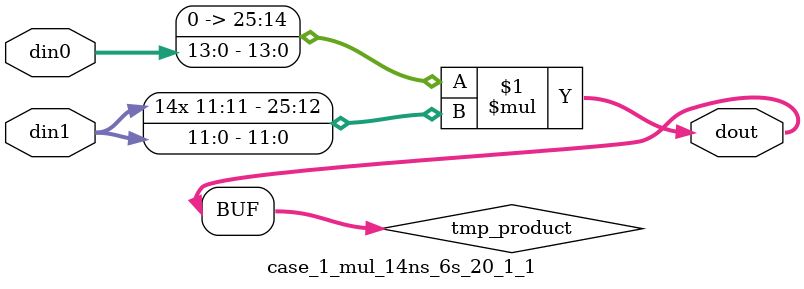
<source format=v>

`timescale 1 ns / 1 ps

 (* use_dsp = "no" *)  module case_1_mul_14ns_6s_20_1_1(din0, din1, dout);
parameter ID = 1;
parameter NUM_STAGE = 0;
parameter din0_WIDTH = 14;
parameter din1_WIDTH = 12;
parameter dout_WIDTH = 26;

input [din0_WIDTH - 1 : 0] din0; 
input [din1_WIDTH - 1 : 0] din1; 
output [dout_WIDTH - 1 : 0] dout;

wire signed [dout_WIDTH - 1 : 0] tmp_product;

























assign tmp_product = $signed({1'b0, din0}) * $signed(din1);










assign dout = tmp_product;





















endmodule

</source>
